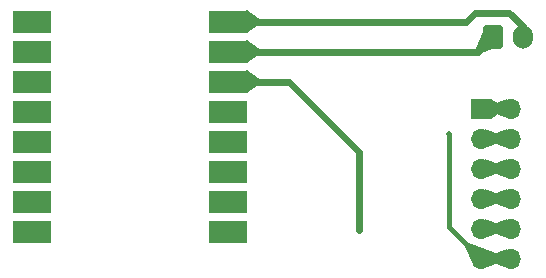
<source format=gbr>
%TF.GenerationSoftware,KiCad,Pcbnew,7.0.9*%
%TF.CreationDate,2024-02-01T18:41:03+01:00*%
%TF.ProjectId,PC-Power-Control,50432d50-6f77-4657-922d-436f6e74726f,rev?*%
%TF.SameCoordinates,Original*%
%TF.FileFunction,Copper,L2,Bot*%
%TF.FilePolarity,Positive*%
%FSLAX46Y46*%
G04 Gerber Fmt 4.6, Leading zero omitted, Abs format (unit mm)*
G04 Created by KiCad (PCBNEW 7.0.9) date 2024-02-01 18:41:03*
%MOMM*%
%LPD*%
G01*
G04 APERTURE LIST*
G04 Aperture macros list*
%AMRoundRect*
0 Rectangle with rounded corners*
0 $1 Rounding radius*
0 $2 $3 $4 $5 $6 $7 $8 $9 X,Y pos of 4 corners*
0 Add a 4 corners polygon primitive as box body*
4,1,4,$2,$3,$4,$5,$6,$7,$8,$9,$2,$3,0*
0 Add four circle primitives for the rounded corners*
1,1,$1+$1,$2,$3*
1,1,$1+$1,$4,$5*
1,1,$1+$1,$6,$7*
1,1,$1+$1,$8,$9*
0 Add four rect primitives between the rounded corners*
20,1,$1+$1,$2,$3,$4,$5,0*
20,1,$1+$1,$4,$5,$6,$7,0*
20,1,$1+$1,$6,$7,$8,$9,0*
20,1,$1+$1,$8,$9,$2,$3,0*%
G04 Aperture macros list end*
%TA.AperFunction,ComponentPad*%
%ADD10R,1.700000X1.700000*%
%TD*%
%TA.AperFunction,ComponentPad*%
%ADD11O,1.700000X1.700000*%
%TD*%
%TA.AperFunction,ComponentPad*%
%ADD12R,3.270000X1.960000*%
%TD*%
%TA.AperFunction,ComponentPad*%
%ADD13RoundRect,0.250000X-0.600000X-0.750000X0.600000X-0.750000X0.600000X0.750000X-0.600000X0.750000X0*%
%TD*%
%TA.AperFunction,ComponentPad*%
%ADD14O,1.700000X2.000000*%
%TD*%
%TA.AperFunction,ViaPad*%
%ADD15C,0.500000*%
%TD*%
%TA.AperFunction,Conductor*%
%ADD16C,0.600000*%
%TD*%
%TA.AperFunction,Conductor*%
%ADD17C,0.400000*%
%TD*%
G04 APERTURE END LIST*
D10*
%TO.P,J1,1,Pin_1*%
%TO.N,Power +*%
X85852000Y-56896000D03*
D11*
%TO.P,J1,2,Pin_2*%
X88392000Y-56896000D03*
%TO.P,J1,3,Pin_3*%
%TO.N,Power -*%
X85852000Y-59436000D03*
%TO.P,J1,4,Pin_4*%
X88392000Y-59436000D03*
%TO.P,J1,5,Pin_5*%
%TO.N,Reset +*%
X85852000Y-61976000D03*
%TO.P,J1,6,Pin_6*%
X88392000Y-61976000D03*
%TO.P,J1,7,Pin_7*%
%TO.N,Reset -*%
X85852000Y-64516000D03*
%TO.P,J1,8,Pin_8*%
X88392000Y-64516000D03*
%TO.P,J1,9,Pin_9*%
%TO.N,Power LED +*%
X85852000Y-67056000D03*
%TO.P,J1,10,Pin_10*%
X88392000Y-67056000D03*
%TO.P,J1,11,Pin_11*%
%TO.N,Power LED -*%
X85852000Y-69596000D03*
%TO.P,J1,12,Pin_12*%
X88392000Y-69596000D03*
%TD*%
D12*
%TO.P,ESP32-C3_SuperMini1,1,GPIO5/A3/D3*%
%TO.N,unconnected-(ESP32-C3_SuperMini1-GPIO5{slash}A3{slash}D3-Pad1)*%
X47864000Y-49530000D03*
%TO.P,ESP32-C3_SuperMini1,2,GPIO6/SDA/D4*%
%TO.N,unconnected-(ESP32-C3_SuperMini1-GPIO6{slash}SDA{slash}D4-Pad2)*%
X47864000Y-52070000D03*
%TO.P,ESP32-C3_SuperMini1,3,GPIO7/SCL/D5*%
%TO.N,unconnected-(ESP32-C3_SuperMini1-GPIO7{slash}SCL{slash}D5-Pad3)*%
X47864000Y-54610000D03*
%TO.P,ESP32-C3_SuperMini1,4,GPIO8/SCK/D8*%
%TO.N,unconnected-(ESP32-C3_SuperMini1-GPIO8{slash}SCK{slash}D8-Pad4)*%
X47864000Y-57150000D03*
%TO.P,ESP32-C3_SuperMini1,5,GPIO9/MISO/D9*%
%TO.N,unconnected-(ESP32-C3_SuperMini1-GPIO9{slash}MISO{slash}D9-Pad5)*%
X47864000Y-59690000D03*
%TO.P,ESP32-C3_SuperMini1,6,GPIO10/MOSI/D10*%
%TO.N,unconnected-(ESP32-C3_SuperMini1-GPIO10{slash}MOSI{slash}D10-Pad6)*%
X47864000Y-62230000D03*
%TO.P,ESP32-C3_SuperMini1,7,GPIO20/RX/D7*%
%TO.N,unconnected-(ESP32-C3_SuperMini1-GPIO20{slash}RX{slash}D7-Pad7)*%
X47864000Y-64770000D03*
%TO.P,ESP32-C3_SuperMini1,8,GPIO21/TX/D6*%
%TO.N,unconnected-(ESP32-C3_SuperMini1-GPIO21{slash}TX{slash}D6-Pad8)*%
X47864000Y-67310000D03*
%TO.P,ESP32-C3_SuperMini1,9,5V*%
%TO.N,+5V*%
X64404000Y-49530000D03*
%TO.P,ESP32-C3_SuperMini1,10,GND*%
%TO.N,GND*%
X64404000Y-52070000D03*
%TO.P,ESP32-C3_SuperMini1,11,3V3*%
%TO.N,3V3*%
X64404000Y-54610000D03*
%TO.P,ESP32-C3_SuperMini1,12,GPIO4/A2/D2*%
%TO.N,GPIO4*%
X64404000Y-57150000D03*
%TO.P,ESP32-C3_SuperMini1,13,GPIO3/A1/D1*%
%TO.N,GPIO3*%
X64404000Y-59690000D03*
%TO.P,ESP32-C3_SuperMini1,14,GPIO2/A0/D0*%
%TO.N,unconnected-(ESP32-C3_SuperMini1-GPIO2{slash}A0{slash}D0-Pad14)*%
X64404000Y-62230000D03*
%TO.P,ESP32-C3_SuperMini1,15,GPIO1/ADC1-1*%
%TO.N,GPIO1*%
X64404000Y-64770000D03*
%TO.P,ESP32-C3_SuperMini1,16,GPIO0/ADC1-0*%
%TO.N,unconnected-(ESP32-C3_SuperMini1-GPIO0{slash}ADC1-0-Pad16)*%
X64404000Y-67310000D03*
%TD*%
D13*
%TO.P,POWER1,1,Pin_1*%
%TO.N,GND*%
X86908000Y-50800000D03*
D14*
%TO.P,POWER1,2,Pin_2*%
%TO.N,+5V*%
X89408000Y-50800000D03*
%TD*%
D15*
%TO.N,GND*%
X77089000Y-52070000D03*
%TO.N,Power LED -*%
X83185000Y-59055000D03*
%TO.N,3V3*%
X75565000Y-67183000D03*
%TD*%
D16*
%TO.N,Power +*%
X88392000Y-56769000D02*
X88265000Y-56896000D01*
X88265000Y-56896000D02*
X85852000Y-56896000D01*
X88392000Y-56896000D02*
X88392000Y-56769000D01*
%TO.N,Power -*%
X88392000Y-59436000D02*
X85852000Y-59436000D01*
%TO.N,Reset +*%
X88392000Y-61976000D02*
X85852000Y-61976000D01*
%TO.N,Reset -*%
X88392000Y-64516000D02*
X85852000Y-64516000D01*
%TO.N,Power LED +*%
X88392000Y-67056000D02*
X85852000Y-67056000D01*
%TO.N,GND*%
X86908000Y-50800000D02*
X85638000Y-52070000D01*
X85638000Y-52070000D02*
X63754000Y-52070000D01*
%TO.N,+5V*%
X63754000Y-49530000D02*
X84582000Y-49530000D01*
X88265000Y-48768000D02*
X89408000Y-49911000D01*
X84582000Y-49530000D02*
X85344000Y-48768000D01*
X89408000Y-49911000D02*
X89408000Y-50800000D01*
X85344000Y-48768000D02*
X88265000Y-48768000D01*
%TO.N,Power LED -*%
X88392000Y-69596000D02*
X85852000Y-69596000D01*
D17*
X83185000Y-59055000D02*
X83185000Y-66929000D01*
X83185000Y-66929000D02*
X85852000Y-69596000D01*
D16*
%TO.N,3V3*%
X75565000Y-60579000D02*
X69596000Y-54610000D01*
X69596000Y-54610000D02*
X63754000Y-54610000D01*
X75565000Y-67183000D02*
X75565000Y-60579000D01*
%TD*%
%TA.AperFunction,Conductor*%
%TO.N,Power LED -*%
G36*
X87544196Y-69293245D02*
G01*
X87550855Y-69299230D01*
X87552000Y-69304277D01*
X87552000Y-69887722D01*
X87548573Y-69895995D01*
X87544195Y-69898755D01*
X86187729Y-70377609D01*
X86178787Y-70377131D01*
X86173029Y-70371065D01*
X85972206Y-69887722D01*
X85852864Y-69600488D01*
X85852856Y-69591534D01*
X85852865Y-69591511D01*
X85976791Y-69293244D01*
X86173030Y-68820932D01*
X86179368Y-68814609D01*
X86187728Y-68814390D01*
X87544196Y-69293245D01*
G37*
%TD.AperFunction*%
%TD*%
%TA.AperFunction,Conductor*%
%TO.N,Power LED +*%
G36*
X87544196Y-66753245D02*
G01*
X87550855Y-66759230D01*
X87552000Y-66764277D01*
X87552000Y-67347722D01*
X87548573Y-67355995D01*
X87544195Y-67358755D01*
X86187729Y-67837609D01*
X86178787Y-67837131D01*
X86173029Y-67831065D01*
X85972206Y-67347722D01*
X85852864Y-67060488D01*
X85852856Y-67051534D01*
X85852865Y-67051511D01*
X85976791Y-66753244D01*
X86173030Y-66280932D01*
X86179368Y-66274609D01*
X86187728Y-66274390D01*
X87544196Y-66753245D01*
G37*
%TD.AperFunction*%
%TD*%
%TA.AperFunction,Conductor*%
%TO.N,Power LED -*%
G36*
X84798512Y-68255385D02*
G01*
X85493598Y-68535340D01*
X86166332Y-68806292D01*
X86172726Y-68812562D01*
X86172814Y-68821516D01*
X86172775Y-68821611D01*
X85854562Y-69592214D01*
X85848237Y-69598553D01*
X85848214Y-69598562D01*
X85077611Y-69916775D01*
X85068656Y-69916766D01*
X85062331Y-69910427D01*
X85062292Y-69910332D01*
X84623758Y-68821516D01*
X84511386Y-68542512D01*
X84511474Y-68533560D01*
X84513963Y-68529873D01*
X84785871Y-68257965D01*
X84794143Y-68254539D01*
X84798512Y-68255385D01*
G37*
%TD.AperFunction*%
%TD*%
%TA.AperFunction,Conductor*%
%TO.N,Power +*%
G36*
X86709936Y-56051135D02*
G01*
X87546656Y-56592542D01*
X87551740Y-56599914D01*
X87552000Y-56602365D01*
X87552000Y-57189634D01*
X87548573Y-57197907D01*
X87546656Y-57199457D01*
X86709936Y-57740864D01*
X86701129Y-57742481D01*
X86695312Y-57739319D01*
X86144979Y-57189634D01*
X85859286Y-56904276D01*
X85855855Y-56896007D01*
X85859276Y-56887733D01*
X86695312Y-56052679D01*
X86703587Y-56049258D01*
X86709936Y-56051135D01*
G37*
%TD.AperFunction*%
%TD*%
%TA.AperFunction,Conductor*%
%TO.N,Power LED +*%
G36*
X88065212Y-66274868D02*
G01*
X88070970Y-66280934D01*
X88391134Y-67051511D01*
X88391143Y-67060466D01*
X88391134Y-67060489D01*
X88070970Y-67831065D01*
X88064631Y-67837390D01*
X88056270Y-67837609D01*
X86699805Y-67358755D01*
X86693145Y-67352769D01*
X86692000Y-67347722D01*
X86692000Y-66764277D01*
X86695427Y-66756004D01*
X86699802Y-66753245D01*
X88056271Y-66274390D01*
X88065212Y-66274868D01*
G37*
%TD.AperFunction*%
%TD*%
%TA.AperFunction,Conductor*%
%TO.N,Power -*%
G36*
X87544196Y-59133245D02*
G01*
X87550855Y-59139230D01*
X87552000Y-59144277D01*
X87552000Y-59727722D01*
X87548573Y-59735995D01*
X87544195Y-59738755D01*
X86187729Y-60217609D01*
X86178787Y-60217131D01*
X86173029Y-60211065D01*
X85972206Y-59727722D01*
X85852864Y-59440488D01*
X85852856Y-59431534D01*
X85852865Y-59431511D01*
X85976791Y-59133244D01*
X86173030Y-58660932D01*
X86179368Y-58654609D01*
X86187728Y-58654390D01*
X87544196Y-59133245D01*
G37*
%TD.AperFunction*%
%TD*%
%TA.AperFunction,Conductor*%
%TO.N,Power +*%
G36*
X88065212Y-56114868D02*
G01*
X88070970Y-56120934D01*
X88391134Y-56891511D01*
X88391143Y-56900466D01*
X88391134Y-56900489D01*
X88070970Y-57671065D01*
X88064631Y-57677390D01*
X88056270Y-57677609D01*
X86699805Y-57198755D01*
X86693145Y-57192769D01*
X86692000Y-57187722D01*
X86692000Y-56604277D01*
X86695427Y-56596004D01*
X86699802Y-56593245D01*
X88056271Y-56114390D01*
X88065212Y-56114868D01*
G37*
%TD.AperFunction*%
%TD*%
%TA.AperFunction,Conductor*%
%TO.N,Reset -*%
G36*
X88065212Y-63734868D02*
G01*
X88070970Y-63740934D01*
X88391134Y-64511511D01*
X88391143Y-64520466D01*
X88391134Y-64520489D01*
X88070970Y-65291065D01*
X88064631Y-65297390D01*
X88056270Y-65297609D01*
X86699805Y-64818755D01*
X86693145Y-64812769D01*
X86692000Y-64807722D01*
X86692000Y-64224277D01*
X86695427Y-64216004D01*
X86699802Y-64213245D01*
X88056271Y-63734390D01*
X88065212Y-63734868D01*
G37*
%TD.AperFunction*%
%TD*%
%TA.AperFunction,Conductor*%
%TO.N,GND*%
G36*
X86068482Y-50411015D02*
G01*
X86903166Y-50797300D01*
X86909235Y-50803885D01*
X86909849Y-50806371D01*
X87041092Y-51790541D01*
X87038789Y-51799195D01*
X87033343Y-51803137D01*
X85420980Y-52364585D01*
X85412040Y-52364070D01*
X85406083Y-52357384D01*
X85405432Y-52353536D01*
X85405432Y-51772654D01*
X85406578Y-51767604D01*
X86053015Y-50416581D01*
X86059676Y-50410599D01*
X86068482Y-50411015D01*
G37*
%TD.AperFunction*%
%TD*%
%TA.AperFunction,Conductor*%
%TO.N,Reset +*%
G36*
X87544196Y-61673245D02*
G01*
X87550855Y-61679230D01*
X87552000Y-61684277D01*
X87552000Y-62267722D01*
X87548573Y-62275995D01*
X87544195Y-62278755D01*
X86187729Y-62757609D01*
X86178787Y-62757131D01*
X86173029Y-62751065D01*
X85972206Y-62267722D01*
X85852864Y-61980488D01*
X85852856Y-61971534D01*
X85852865Y-61971511D01*
X85976791Y-61673244D01*
X86173030Y-61200932D01*
X86179368Y-61194609D01*
X86187728Y-61194390D01*
X87544196Y-61673245D01*
G37*
%TD.AperFunction*%
%TD*%
%TA.AperFunction,Conductor*%
%TO.N,+5V*%
G36*
X66044322Y-48553693D02*
G01*
X67013970Y-49226510D01*
X67018813Y-49234041D01*
X67019000Y-49236122D01*
X67019000Y-49823877D01*
X67015573Y-49832150D01*
X67013970Y-49833490D01*
X66044324Y-50506305D01*
X66035573Y-50508205D01*
X66033044Y-50507446D01*
X63778085Y-49540754D01*
X63771831Y-49534344D01*
X63771941Y-49525390D01*
X63778085Y-49519246D01*
X64438515Y-49236122D01*
X66033044Y-48552552D01*
X66041998Y-48552443D01*
X66044322Y-48553693D01*
G37*
%TD.AperFunction*%
%TD*%
%TA.AperFunction,Conductor*%
%TO.N,Reset +*%
G36*
X88065212Y-61194868D02*
G01*
X88070970Y-61200934D01*
X88391134Y-61971511D01*
X88391143Y-61980466D01*
X88391134Y-61980489D01*
X88070970Y-62751065D01*
X88064631Y-62757390D01*
X88056270Y-62757609D01*
X86699805Y-62278755D01*
X86693145Y-62272769D01*
X86692000Y-62267722D01*
X86692000Y-61684277D01*
X86695427Y-61676004D01*
X86699802Y-61673245D01*
X88056271Y-61194390D01*
X88065212Y-61194868D01*
G37*
%TD.AperFunction*%
%TD*%
%TA.AperFunction,Conductor*%
%TO.N,Power LED -*%
G36*
X88065212Y-68814868D02*
G01*
X88070970Y-68820934D01*
X88391134Y-69591511D01*
X88391143Y-69600466D01*
X88391134Y-69600489D01*
X88070970Y-70371065D01*
X88064631Y-70377390D01*
X88056270Y-70377609D01*
X86699805Y-69898755D01*
X86693145Y-69892769D01*
X86692000Y-69887722D01*
X86692000Y-69304277D01*
X86695427Y-69296004D01*
X86699802Y-69293245D01*
X88056271Y-68814390D01*
X88065212Y-68814868D01*
G37*
%TD.AperFunction*%
%TD*%
%TA.AperFunction,Conductor*%
%TO.N,Reset -*%
G36*
X87544196Y-64213245D02*
G01*
X87550855Y-64219230D01*
X87552000Y-64224277D01*
X87552000Y-64807722D01*
X87548573Y-64815995D01*
X87544195Y-64818755D01*
X86187729Y-65297609D01*
X86178787Y-65297131D01*
X86173029Y-65291065D01*
X85972206Y-64807722D01*
X85852864Y-64520488D01*
X85852856Y-64511534D01*
X85852865Y-64511511D01*
X85976791Y-64213244D01*
X86173030Y-63740932D01*
X86179368Y-63734609D01*
X86187728Y-63734390D01*
X87544196Y-64213245D01*
G37*
%TD.AperFunction*%
%TD*%
%TA.AperFunction,Conductor*%
%TO.N,3V3*%
G36*
X66044322Y-53633693D02*
G01*
X67013970Y-54306510D01*
X67018813Y-54314041D01*
X67019000Y-54316122D01*
X67019000Y-54903877D01*
X67015573Y-54912150D01*
X67013970Y-54913490D01*
X66044324Y-55586305D01*
X66035573Y-55588205D01*
X66033044Y-55587446D01*
X63778085Y-54620754D01*
X63771831Y-54614344D01*
X63771941Y-54605390D01*
X63778085Y-54599246D01*
X64438515Y-54316122D01*
X66033044Y-53632552D01*
X66041998Y-53632443D01*
X66044322Y-53633693D01*
G37*
%TD.AperFunction*%
%TD*%
%TA.AperFunction,Conductor*%
%TO.N,GND*%
G36*
X66044322Y-51093693D02*
G01*
X67013970Y-51766510D01*
X67018813Y-51774041D01*
X67019000Y-51776122D01*
X67019000Y-52363877D01*
X67015573Y-52372150D01*
X67013970Y-52373490D01*
X66044324Y-53046305D01*
X66035573Y-53048205D01*
X66033044Y-53047446D01*
X63778085Y-52080754D01*
X63771831Y-52074344D01*
X63771941Y-52065390D01*
X63778085Y-52059246D01*
X64438515Y-51776122D01*
X66033044Y-51092552D01*
X66041998Y-51092443D01*
X66044322Y-51093693D01*
G37*
%TD.AperFunction*%
%TD*%
%TA.AperFunction,Conductor*%
%TO.N,Power LED -*%
G36*
X83422124Y-59054948D02*
G01*
X83430382Y-59058408D01*
X83433776Y-59066695D01*
X83433718Y-59067812D01*
X83386054Y-59544464D01*
X83381821Y-59552355D01*
X83374412Y-59555000D01*
X82995588Y-59555000D01*
X82987315Y-59551573D01*
X82983946Y-59544464D01*
X82936281Y-59067812D01*
X82938868Y-59059239D01*
X82946759Y-59055006D01*
X82947865Y-59054948D01*
X83185000Y-59054000D01*
X83422124Y-59054948D01*
G37*
%TD.AperFunction*%
%TD*%
%TA.AperFunction,Conductor*%
%TO.N,Power -*%
G36*
X88065212Y-58654868D02*
G01*
X88070970Y-58660934D01*
X88391134Y-59431511D01*
X88391143Y-59440466D01*
X88391134Y-59440489D01*
X88070970Y-60211065D01*
X88064631Y-60217390D01*
X88056270Y-60217609D01*
X86699805Y-59738755D01*
X86693145Y-59732769D01*
X86692000Y-59727722D01*
X86692000Y-59144277D01*
X86695427Y-59136004D01*
X86699802Y-59133245D01*
X88056271Y-58654390D01*
X88065212Y-58654868D01*
G37*
%TD.AperFunction*%
%TD*%
M02*

</source>
